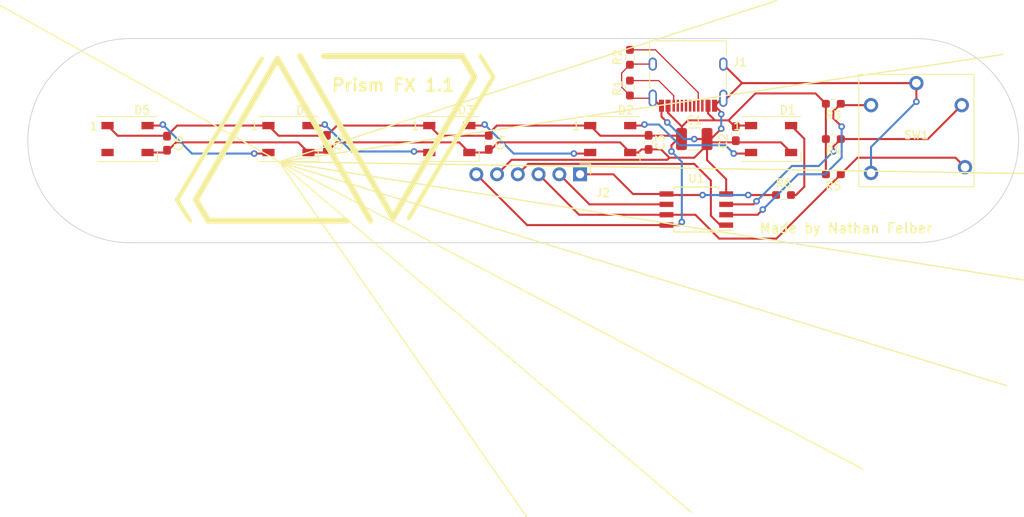
<source format=kicad_pcb>
(kicad_pcb (version 20211014) (generator pcbnew)
  (layers (0 "F.Cu" signal) (31 "B.Cu" signal) (34 "B.Paste" user) (35 "F.Paste" user) (36 "B.SilkS" user "B.Silkscreen") (37 "F.SilkS" user "F.Silkscreen") (38 "B.Mask" user) (39 "F.Mask" user) (44 "Edge.Cuts" user))
  (net 0 "")
  (net 1 "+5V")
  (net 2 "GND")
  (net 3 "Net-(D1-Pad2)")
  (net 4 "Net-(D1-Pad4)")
  (net 5 "Net-(D2-Pad2)")
  (net 6 "Net-(D3-Pad2)")
  (net 7 "Net-(D4-Pad2)")
  (net 9 "Net-(J1-PadA5)")
  (net 13 "Net-(J1-PadB5)")
  (net 17 "/PB0")
  (net 18 "/PB1")
  (net 19 "/PB2")
  (net 20 "/PB5")
  (net 21 "/PB3")
  (net 22 "/PB4")
  (footprint "Capacitor_SMD:C_1210_3225Metric_Pad1.33x2.70mm_HandSolder" (layer "F.Cu") (at 165.862 99.06)
    (fp_text reference "C1" (at 0 -2.3) (layer "F.SilkS"))
    (fp_text value "100U" hide)
    (fp_line (start -0.711252 -1.36) (end 0.711252 -1.36) (layer "F.SilkS") (width 0.12))
    (fp_line (start -0.711252 1.36) (end 0.711252 1.36) (layer "F.SilkS") (width 0.12))
    (pad "1" smd roundrect (at -1.5625 0) (size 1.325 2.7) (layers "F.Cu" "F.Paste" "F.Mask") (roundrect_rratio 0.1886792453) (net 1 "+5V"))
    (pad "2" smd roundrect (at 1.5625 0) (size 1.325 2.7) (layers "F.Cu" "F.Paste" "F.Mask") (roundrect_rratio 0.1886792453) (net 2 "GND"))
  )
  (footprint "LED_SMD:LED_WS2812B_PLCC4_5.0x5.0mm_P3.2mm" (layer "F.Cu") (at 116.205 99.06)
    (fp_text reference "D4" (at 1.905 -3.5) (layer "F.SilkS"))
    (fp_text value "WS2812B" hide)
    (fp_text user "1" (at -4.15 -1.6) (layer "F.SilkS"))
    (fp_line (start 3.65 2.75) (end 3.65 1.6) (layer "F.SilkS") (width 0.12))
    (fp_line (start -3.65 2.75) (end 3.65 2.75) (layer "F.SilkS") (width 0.12))
    (fp_line (start -3.65 -2.75) (end 3.65 -2.75) (layer "F.SilkS") (width 0.12))
    (pad "1" smd rect (at -2.45 -1.65) (size 1.5 0.9) (layers "F.Cu" "F.Paste" "F.Mask") (net 1 "+5V"))
    (pad "2" smd rect (at -2.45 1.65) (size 1.5 0.9) (layers "F.Cu" "F.Paste" "F.Mask") (net 7 "Net-(D4-Pad2)"))
    (pad "3" smd rect (at 2.45 1.65) (size 1.5 0.9) (layers "F.Cu" "F.Paste" "F.Mask") (net 2 "GND"))
    (pad "4" smd rect (at 2.45 -1.65) (size 1.5 0.9) (layers "F.Cu" "F.Paste" "F.Mask") (net 6 "Net-(D3-Pad2)"))
  )
  (footprint "Resistor_SMD:R_0603_1608Metric_Pad0.98x0.95mm_HandSolder" (layer "F.Cu") (at 182.88 103.378 180)
    (fp_text reference "R5" (at 0 -1.43) (layer "F.SilkS"))
    (fp_text value "10K" hide)
    (fp_line (start -0.254724 0.5225) (end 0.254724 0.5225) (layer "F.SilkS") (width 0.12))
    (fp_line (start -0.254724 -0.5225) (end 0.254724 -0.5225) (layer "F.SilkS") (width 0.12))
    (pad "1" smd roundrect (at -0.9125 0 180) (size 0.975 0.95) (layers "F.Cu" "F.Paste" "F.Mask") (net 19 "/PB2"))
    (pad "2" smd roundrect (at 0.9125 0 180) (size 0.975 0.95) (layers "F.Cu" "F.Paste" "F.Mask") (net 1 "+5V"))
  )
  (footprint "Package_SO:SOIC-8W_5.3x5.3mm_P1.27mm" (layer "F.Cu") (at 166.116 107.696 180)
    (fp_text reference "U1" (at 0 3.81) (layer "F.SilkS"))
    (fp_text value "ATtiny85-20S" hide)
    (fp_line (start 2.75 -2.755) (end 2.75 -2.455) (layer "F.SilkS") (width 0.15))
    (fp_line (start 2.75 2.755) (end 2.75 2.455) (layer "F.SilkS") (width 0.15))
    (fp_line (start -2.75 -2.55) (end -4.5 -2.55) (layer "F.SilkS") (width 0.15))
    (fp_line (start -2.75 2.755) (end 2.75 2.755) (layer "F.SilkS") (width 0.15))
    (fp_line (start -2.75 2.755) (end -2.75 2.455) (layer "F.SilkS") (width 0.15))
    (fp_line (start -2.75 -2.755) (end 2.75 -2.755) (layer "F.SilkS") (width 0.15))
    (fp_line (start -2.75 -2.755) (end -2.75 -2.55) (layer "F.SilkS") (width 0.15))
    (pad "1" smd rect (at -3.65 -1.905 180) (size 1.7 0.65) (layers "F.Cu" "F.Paste" "F.Mask") (net 20 "/PB5"))
    (pad "2" smd rect (at -3.65 -0.635 180) (size 1.7 0.65) (layers "F.Cu" "F.Paste" "F.Mask") (net 21 "/PB3"))
    (pad "3" smd rect (at -3.65 0.635 180) (size 1.7 0.65) (layers "F.Cu" "F.Paste" "F.Mask") (net 22 "/PB4"))
    (pad "4" smd rect (at -3.65 1.905 180) (size 1.7 0.65) (layers "F.Cu" "F.Paste" "F.Mask") (net 2 "GND"))
    (pad "5" smd rect (at 3.65 1.905 180) (size 1.7 0.65) (layers "F.Cu" "F.Paste" "F.Mask") (net 17 "/PB0"))
    (pad "6" smd rect (at 3.65 0.635 180) (size 1.7 0.65) (layers "F.Cu" "F.Paste" "F.Mask") (net 18 "/PB1"))
    (pad "7" smd rect (at 3.65 -0.635 180) (size 1.7 0.65) (layers "F.Cu" "F.Paste" "F.Mask") (net 19 "/PB2"))
    (pad "8" smd rect (at 3.65 -1.905 180) (size 1.7 0.65) (layers "F.Cu" "F.Paste" "F.Mask") (net 1 "+5V"))
  )
  (footprint "LED_SMD:LED_WS2812B_PLCC4_5.0x5.0mm_P3.2mm" (layer "F.Cu") (at 135.89 99.06)
    (fp_text reference "D3" (at 2.032 -3.556) (layer "F.SilkS"))
    (fp_text value "WS2812B" hide)
    (fp_text user "1" (at -4.15 -1.6) (layer "F.SilkS"))
    (fp_line (start 3.65 2.75) (end 3.65 1.6) (layer "F.SilkS") (width 0.12))
    (fp_line (start -3.65 2.75) (end 3.65 2.75) (layer "F.SilkS") (width 0.12))
    (fp_line (start -3.65 -2.75) (end 3.65 -2.75) (layer "F.SilkS") (width 0.12))
    (pad "1" smd rect (at -2.45 -1.65) (size 1.5 0.9) (layers "F.Cu" "F.Paste" "F.Mask") (net 1 "+5V"))
    (pad "2" smd rect (at -2.45 1.65) (size 1.5 0.9) (layers "F.Cu" "F.Paste" "F.Mask") (net 6 "Net-(D3-Pad2)"))
    (pad "3" smd rect (at 2.45 1.65) (size 1.5 0.9) (layers "F.Cu" "F.Paste" "F.Mask") (net 2 "GND"))
    (pad "4" smd rect (at 2.45 -1.65) (size 1.5 0.9) (layers "F.Cu" "F.Paste" "F.Mask") (net 5 "Net-(D2-Pad2)"))
  )
  (footprint "pcb:EC12D" (layer "F.Cu") (at 193.04 99.06)
    (fp_text reference "SW1" (at 0 -0.5 unlocked) (layer "F.SilkS"))
    (fp_text value "RotaryEncoder_Switch" hide)
    (fp_rect (start -7.05 -7.925) (end 7.05 5.85) (layer "F.SilkS") (width 0.12) (fill none))
    (pad "A" thru_hole circle (at -5.55 -4.15) (size 1.75 1.75) (drill 1.05) (layers *.Cu *.Mask) (net 21 "/PB3"))
    (pad "B" thru_hole circle (at 5.55 -4.15) (size 1.75 1.75) (drill 1.05) (layers *.Cu *.Mask) (net 22 "/PB4"))
    (pad "C" thru_hole circle (at 0 -6.85) (size 1.75 1.75) (drill 1.05) (layers *.Cu *.Mask) (net 2 "GND"))
    (pad "S1" thru_hole circle (at 5.95 3.45) (size 1.75 1.75) (drill 1.05) (layers *.Cu *.Mask) (net 19 "/PB2"))
    (pad "S2" thru_hole circle (at -5.55 4.15) (size 1.75 1.75) (drill 1.05) (layers *.Cu *.Mask) (net 2 "GND"))
  )
  (footprint "Resistor_SMD:R_0603_1608Metric_Pad0.98x0.95mm_HandSolder" (layer "F.Cu") (at 157.988 89.0505 -90)
    (fp_text reference "R2" (at 0 1.524 90) (layer "F.SilkS"))
    (fp_text value "5.1K" hide)
    (fp_line (start -0.254724 -0.5225) (end 0.254724 -0.5225) (layer "F.SilkS") (width 0.12))
    (fp_line (start -0.254724 0.5225) (end 0.254724 0.5225) (layer "F.SilkS") (width 0.12))
    (pad "1" smd roundrect (at -0.9125 0 270) (size 0.975 0.95) (layers "F.Cu" "F.Paste" "F.Mask") (net 9 "Net-(J1-PadA5)"))
    (pad "2" smd roundrect (at 0.9125 0 270) (size 0.975 0.95) (layers "F.Cu" "F.Paste" "F.Mask") (net 2 "GND"))
  )
  (footprint "LED_SMD:LED_WS2812B_PLCC4_5.0x5.0mm_P3.2mm" (layer "F.Cu") (at 155.575 99.06)
    (fp_text reference "D2" (at 1.905 -3.556) (layer "F.SilkS"))
    (fp_text value "WS2812B" hide)
    (fp_text user "1" (at -4.15 -1.6) (layer "F.SilkS"))
    (fp_line (start -3.65 -2.75) (end 3.65 -2.75) (layer "F.SilkS") (width 0.12))
    (fp_line (start 3.65 2.75) (end 3.65 1.6) (layer "F.SilkS") (width 0.12))
    (fp_line (start -3.65 2.75) (end 3.65 2.75) (layer "F.SilkS") (width 0.12))
    (pad "1" smd rect (at -2.45 -1.65) (size 1.5 0.9) (layers "F.Cu" "F.Paste" "F.Mask") (net 1 "+5V"))
    (pad "2" smd rect (at -2.45 1.65) (size 1.5 0.9) (layers "F.Cu" "F.Paste" "F.Mask") (net 5 "Net-(D2-Pad2)"))
    (pad "3" smd rect (at 2.45 1.65) (size 1.5 0.9) (layers "F.Cu" "F.Paste" "F.Mask") (net 2 "GND"))
    (pad "4" smd rect (at 2.45 -1.65) (size 1.5 0.9) (layers "F.Cu" "F.Paste" "F.Mask") (net 3 "Net-(D1-Pad2)"))
  )
  (footprint "LED_SMD:LED_WS2812B_PLCC4_5.0x5.0mm_P3.2mm" (layer "F.Cu") (at 175.26 99.06)
    (fp_text reference "D1" (at 2.032 -3.556) (layer "F.SilkS"))
    (fp_text value "WS2812B" hide)
    (fp_text user "1" (at -4.15 -1.6) (layer "F.SilkS"))
    (fp_line (start -3.65 2.75) (end 3.65 2.75) (layer "F.SilkS") (width 0.12))
    (fp_line (start 3.65 2.75) (end 3.65 1.6) (layer "F.SilkS") (width 0.12))
    (fp_line (start -3.65 -2.75) (end 3.65 -2.75) (layer "F.SilkS") (width 0.12))
    (pad "1" smd rect (at -2.45 -1.65) (size 1.5 0.9) (layers "F.Cu" "F.Paste" "F.Mask") (net 1 "+5V"))
    (pad "2" smd rect (at -2.45 1.65) (size 1.5 0.9) (layers "F.Cu" "F.Paste" "F.Mask") (net 3 "Net-(D1-Pad2)"))
    (pad "3" smd rect (at 2.45 1.65) (size 1.5 0.9) (layers "F.Cu" "F.Paste" "F.Mask") (net 2 "GND"))
    (pad "4" smd rect (at 2.45 -1.65) (size 1.5 0.9) (layers "F.Cu" "F.Paste" "F.Mask") (net 4 "Net-(D1-Pad4)"))
  )
  (footprint "Capacitor_SMD:C_0603_1608Metric_Pad1.08x0.95mm_HandSolder" (layer "F.Cu") (at 170.942 98.3985 -90)
    (fp_text reference "C2" (at 0.9155 1.524 -90) (layer "F.SilkS"))
    (fp_text value "0.1U")
    (fp_line (start -0.146267 -0.51) (end 0.146267 -0.51) (layer "F.SilkS") (width 0.12))
    (fp_line (start -0.146267 0.51) (end 0.146267 0.51) (layer "F.SilkS") (width 0.12))
    (pad "1" smd roundrect (at -0.8625 0 270) (size 1.075 0.95) (layers "F.Cu" "F.Paste" "F.Mask") (net 1 "+5V"))
    (pad "2" smd roundrect (at 0.8625 0 270) (size 1.075 0.95) (layers "F.Cu" "F.Paste" "F.Mask") (net 2 "GND"))
  )
  (footprint "Resistor_SMD:R_0603_1608Metric_Pad0.98x0.95mm_HandSolder" (layer "F.Cu") (at 182.88 99.06 180)
    (fp_text reference "R4" (at 0 -1.43) (layer "F.SilkS"))
    (fp_text value "10K" hide)
    (fp_line (start -0.254724 -0.5225) (end 0.254724 -0.5225) (layer "F.SilkS") (width 0.12))
    (fp_line (start -0.254724 0.5225) (end 0.254724 0.5225) (layer "F.SilkS") (width 0.12))
    (pad "1" smd roundrect (at -0.9125 0 180) (size 0.975 0.95) (layers "F.Cu" "F.Paste" "F.Mask") (net 22 "/PB4"))
    (pad "2" smd roundrect (at 0.9125 0 180) (size 0.975 0.95) (layers "F.Cu" "F.Paste" "F.Mask") (net 1 "+5V"))
  )
  (footprint "Capacitor_SMD:C_0603_1608Metric_Pad1.08x0.95mm_HandSolder" (layer "F.Cu") (at 140.716 99.4675 -90)
    (fp_text reference "C4" (at 0 -1.43 -90) (layer "F.SilkS"))
    (fp_text value "0.1U")
    (fp_line (start -0.146267 0.51) (end 0.146267 0.51) (layer "F.SilkS") (width 0.12))
    (fp_line (start -0.146267 -0.51) (end 0.146267 -0.51) (layer "F.SilkS") (width 0.12))
    (pad "1" smd roundrect (at -0.8625 0 270) (size 1.075 0.95) (layers "F.Cu" "F.Paste" "F.Mask") (net 1 "+5V"))
    (pad "2" smd roundrect (at 0.8625 0 270) (size 1.075 0.95) (layers "F.Cu" "F.Paste" "F.Mask") (net 2 "GND"))
  )
  (footprint "Capacitor_SMD:C_0603_1608Metric_Pad1.08x0.95mm_HandSolder" (layer "F.Cu") (at 160.274 99.4675 -90)
    (fp_text reference "C3" (at 0 -1.43 -90) (layer "F.SilkS"))
    (fp_text value "0.1U")
    (fp_line (start -0.146267 -0.51) (end 0.146267 -0.51) (layer "F.SilkS") (width 0.12))
    (fp_line (start -0.146267 0.51) (end 0.146267 0.51) (layer "F.SilkS") (width 0.12))
    (pad "1" smd roundrect (at -0.8625 0 270) (size 1.075 0.95) (layers "F.Cu" "F.Paste" "F.Mask") (net 1 "+5V"))
    (pad "2" smd roundrect (at 0.8625 0 270) (size 1.075 0.95) (layers "F.Cu" "F.Paste" "F.Mask") (net 2 "GND"))
  )
  (footprint "Resistor_SMD:R_0603_1608Metric_Pad0.98x0.95mm_HandSolder" (layer "F.Cu") (at 182.88 94.742 180)
    (fp_text reference "R3" (at 0 -1.43) (layer "F.SilkS"))
    (fp_text value "10K" hide)
    (fp_line (start -0.254724 -0.5225) (end 0.254724 -0.5225) (layer "F.SilkS") (width 0.12))
    (fp_line (start -0.254724 0.5225) (end 0.254724 0.5225) (layer "F.SilkS") (width 0.12))
    (pad "1" smd roundrect (at -0.9125 0 180) (size 0.975 0.95) (layers "F.Cu" "F.Paste" "F.Mask") (net 21 "/PB3"))
    (pad "2" smd roundrect (at 0.9125 0 180) (size 0.975 0.95) (layers "F.Cu" "F.Paste" "F.Mask") (net 1 "+5V"))
  )
  (footprint "Connector_USB:USB_C_Receptacle_HRO_TYPE-C-31-M-12" (layer "F.Cu") (at 165.1 90.932 180)
    (fp_text reference "J1" (at -6.35 1.27 180) (layer "F.SilkS"))
    (fp_text value "USB_C_Receptacle_USB2.0")
    (fp_line (start -4.7 3.9) (end 4.7 3.9) (layer "F.SilkS") (width 0.12))
    (fp_line (start 4.7 -1.9) (end 4.7 0.1) (layer "F.SilkS") (width 0.12))
    (fp_line (start 4.7 2) (end 4.7 3.9) (layer "F.SilkS") (width 0.12))
    (fp_line (start -4.7 -1.9) (end -4.7 0.1) (layer "F.SilkS") (width 0.12))
    (fp_line (start -4.7 2) (end -4.7 3.9) (layer "F.SilkS") (width 0.12))
    (pad "" np_thru_hole circle (at 2.89 -2.6 180) (size 0.65 0.65) (drill 0.65) (layers *.Cu *.Mask))
    (pad "" np_thru_hole circle (at -2.89 -2.6 180) (size 0.65 0.65) (drill 0.65) (layers *.Cu *.Mask))
    (pad "A1" smd rect (at -3.25 -4.045 180) (size 0.6 1.45) (layers "F.Cu" "F.Paste" "F.Mask") (net 2 "GND"))
    (pad "A4" smd rect (at -2.45 -4.045 180) (size 0.6 1.45) (layers "F.Cu" "F.Paste" "F.Mask") (net 1 "+5V"))
    (pad "A5" smd rect (at -1.25 -4.045 180) (size 0.3 1.45) (layers "F.Cu" "F.Paste" "F.Mask") (net 9 "Net-(J1-PadA5)"))
    (pad "A6" smd rect (at -0.25 -4.045 180) (size 0.3 1.45) (layers "F.Cu" "F.Paste" "F.Mask"))
    (pad "A7" smd rect (at 0.25 -4.045 180) (size 0.3 1.45) (layers "F.Cu" "F.Paste" "F.Mask"))
    (pad "A8" smd rect (at 1.25 -4.045 180) (size 0.3 1.45) (layers "F.Cu" "F.Paste" "F.Mask"))
    (pad "A9" smd rect (at 2.45 -4.045 180) (size 0.6 1.45) (layers "F.Cu" "F.Paste" "F.Mask") (net 1 "+5V"))
    (pad "A12" smd rect (at 3.25 -4.045 180) (size 0.6 1.45) (layers "F.Cu" "F.Paste" "F.Mask") (net 2 "GND"))
    (pad "B1" smd rect (at 3.25 -4.045 180) (size 0.6 1.45) (layers "F.Cu" "F.Paste" "F.Mask") (net 2 "GND"))
    (pad "B4" smd rect (at 2.45 -4.045 180) (size 0.6 1.45) (layers "F.Cu" "F.Paste" "F.Mask") (net 1 "+5V"))
    (pad "B5" smd rect (at 1.75 -4.045 180) (size 0.3 1.45) (layers "F.Cu" "F.Paste" "F.Mask") (net 13 "Net-(J1-PadB5)"))
    (pad "B6" smd rect (at 0.75 -4.045 180) (size 0.3 1.45) (layers "F.Cu" "F.Paste" "F.Mask"))
    (pad "B7" smd rect (at -0.75 -4.045 180) (size 0.3 1.45) (layers "F.Cu" "F.Paste" "F.Mask"))
    (pad "B8" smd rect (at -1.75 -4.045 180) (size 0.3 1.45) (layers "F.Cu" "F.Paste" "F.Mask"))
    (pad "B9" smd rect (at -2.45 -4.045 180) (size 0.6 1.45) (layers "F.Cu" "F.Paste" "F.Mask") (net 1 "+5V"))
    (pad "B12" smd rect (at -3.25 -4.045 180) (size 0.6 1.45) (layers "F.Cu" "F.Paste" "F.Mask") (net 2 "GND"))
    (pad "S1" thru_hole oval (at -4.32 1.05 180) (size 1 1.6) (drill oval 0.6 1.2) (layers *.Cu *.Mask) (net 2 "GND"))
    (pad "S1" thru_hole oval (at -4.32 -3.13 180) (size 1 2.1) (drill oval 0.6 1.7) (layers *.Cu *.Mask) (net 2 "GND"))
    (pad "S1" thru_hole oval (at 4.32 1.05 180) (size 1 1.6) (drill oval 0.6 1.2) (layers *.Cu *.Mask) (net 2 "GND"))
    (pad "S1" thru_hole oval (at 4.32 -3.13 180) (size 1 2.1) (drill oval 0.6 1.7) (layers *.Cu *.Mask) (net 2 "GND"))
  )
  (footprint "Resistor_SMD:R_0603_1608Metric_Pad0.98x0.95mm_HandSolder" (layer "F.Cu") (at 176.784 105.918)
    (fp_text reference "R6" (at 0 -1.43) (layer "F.SilkS"))
    (fp_text value "470" hide)
    (fp_line (start -0.254724 0.5225) (end 0.254724 0.5225) (layer "F.SilkS") (width 0.12))
    (fp_line (start -0.254724 -0.5225) (end 0.254724 -0.5225) (layer "F.SilkS") (width 0.12))
    (pad "1" smd roundrect (at -0.9125 0) (size 0.975 0.95) (layers "F.Cu" "F.Paste" "F.Mask") (net 17 "/PB0"))
    (pad "2" smd roundrect (at 0.9125 0) (size 0.975 0.95) (layers "F.Cu" "F.Paste" "F.Mask") (net 4 "Net-(D1-Pad4)"))
  )
  (footprint "Capacitor_SMD:C_0603_1608Metric_Pad1.08x0.95mm_HandSolder" (layer "F.Cu") (at 120.904 99.4675 -90)
    (fp_text reference "C5" (at 0 -1.43 -90) (layer "F.SilkS"))
    (fp_text value "0.1U")
    (fp_line (start -0.146267 -0.51) (end 0.146267 -0.51) (layer "F.SilkS") (width 0.12))
    (fp_line (start -0.146267 0.51) (end 0.146267 0.51) (layer "F.SilkS") (width 0.12))
    (pad "1" smd roundrect (at -0.8625 0 270) (size 1.075 0.95) (layers "F.Cu" "F.Paste" "F.Mask") (net 1 "+5V"))
    (pad "2" smd roundrect (at 0.8625 0 270) (size 1.075 0.95) (layers "F.Cu" "F.Paste" "F.Mask") (net 2 "GND"))
  )
  (footprint "Capacitor_SMD:C_0603_1608Metric_Pad1.08x0.95mm_HandSolder" (layer "F.Cu") (at 101.346 99.568 -90)
    (fp_text reference "C6" (at 0 -1.43 -90) (layer "F.SilkS"))
    (fp_text value "0.1U")
    (fp_line (start -0.146267 0.51) (end 0.146267 0.51) (layer "F.SilkS") (width 0.12))
    (fp_line (start -0.146267 -0.51) (end 0.146267 -0.51) (layer "F.SilkS") (width 0.12))
    (pad "1" smd roundrect (at -0.8625 0 270) (size 1.075 0.95) (layers "F.Cu" "F.Paste" "F.Mask") (net 1 "+5V"))
    (pad "2" smd roundrect (at 0.8625 0 270) (size 1.075 0.95) (layers "F.Cu" "F.Paste" "F.Mask") (net 2 "GND"))
  )
  (footprint "Resistor_SMD:R_0603_1608Metric_Pad0.98x0.95mm_HandSolder" (layer "F.Cu") (at 157.988 92.8135 -90)
    (fp_text reference "R1" (at 0 1.524 90) (layer "F.SilkS"))
    (fp_text value "5.1K" hide)
    (fp_line (start -0.254724 -0.5225) (end 0.254724 -0.5225) (layer "F.SilkS") (width 0.12))
    (fp_line (start -0.254724 0.5225) (end 0.254724 0.5225) (layer "F.SilkS") (width 0.12))
    (pad "1" smd roundrect (at -0.9125 0 270) (size 0.975 0.95) (layers "F.Cu" "F.Paste" "F.Mask") (net 13 "Net-(J1-PadB5)"))
    (pad "2" smd roundrect (at 0.9125 0 270) (size 0.975 0.95) (layers "F.Cu" "F.Paste" "F.Mask") (net 2 "GND"))
  )
  (footprint "LED_SMD:LED_WS2812B_PLCC4_5.0x5.0mm_P3.2mm" (layer "F.Cu") (at 96.52 99.06)
    (fp_text reference "D5" (at 1.778 -3.556) (layer "F.SilkS"))
    (fp_text value "WS2812B" hide)
    (fp_text user "1" (at -4.15 -1.6) (layer "F.SilkS"))
    (fp_line (start 3.65 2.75) (end 3.65 1.6) (layer "F.SilkS") (width 0.12))
    (fp_line (start -3.65 2.75) (end 3.65 2.75) (layer "F.SilkS") (width 0.12))
    (fp_line (start -3.65 -2.75) (end 3.65 -2.75) (layer "F.SilkS") (width 0.12))
    (pad "1" smd rect (at -2.45 -1.65) (size 1.5 0.9) (layers "F.Cu" "F.Paste" "F.Mask") (net 1 "+5V"))
    (pad "2" smd rect (at -2.45 1.65) (size 1.5 0.9) (layers "F.Cu" "F.Paste" "F.Mask"))
    (pad "3" smd rect (at 2.45 1.65) (size 1.5 0.9) (layers "F.Cu" "F.Paste" "F.Mask") (net 2 "GND"))
    (pad "4" smd rect (at 2.45 -1.65) (size 1.5 0.9) (layers "F.Cu" "F.Paste" "F.Mask") (net 7 "Net-(D4-Pad2)"))
  )
  (footprint "Connector_PinHeader_2.54mm:PinHeader_1x06_P2.54mm_Horizontal" (layer "F.Cu") (at 151.892 103.378 -90)
    (fp_text reference "J2" (at 2.286 -2.794 180) (layer "F.SilkS"))
    (fp_text value "Conn_01x06_Male" hide)
    (fp_line (start -1.27 -1.27) (end 0 -1.27) (layer "F.SilkS") (width 0.12))
    (fp_line (start -1.27 0) (end -1.27 -1.27) (layer "F.SilkS") (width 0.12))
    (pad "1" thru_hole rect (at 0 0 270) (size 1.7 1.7) (drill 1) (layers *.Cu *.Mask) (net 17 "/PB0"))
    (pad "2" thru_hole oval (at 0 2.54 270) (size 1.7 1.7) (drill 1) (layers *.Cu *.Mask) (net 18 "/PB1"))
    (pad "3" thru_hole oval (at 0 5.08 270) (size 1.7 1.7) (drill 1) (layers *.Cu *.Mask) (net 19 "/PB2"))
    (pad "4" thru_hole oval (at 0 7.62 270) (size 1.7 1.7) (drill 1) (layers *.Cu *.Mask) (net 20 "/PB5"))
    (pad "5" thru_hole oval (at 0 10.16 270) (size 1.7 1.7) (drill 1) (layers *.Cu *.Mask) (net 2 "GND"))
    (pad "6" thru_hole oval (at 0 12.7 270) (size 1.7 1.7) (drill 1) (layers *.Cu *.Mask) (net 1 "+5V"))
  )
  (gr_line (start 114.857725 89.241832) (end 104.88184 106.477286) (layer "F.SilkS") (width 0.723625))
  (gr_line (start 115.07047 101.848144) (end 115.07047 101.848144) (layer "F.SilkS") (width 0.1625))
  (gr_line (start 115.193744 101.915593) (end 115.193744 101.915593) (layer "F.SilkS") (width 0.1625))
  (gr_line (start 137.479259 88.904449) (end 120.535807 88.904449) (layer "F.SilkS") (width 0.723625))
  (gr_line (start 117.615251 88.904449) (end 129.007528 108.725076) (layer "F.SilkS") (width 0.723625))
  (gr_line (start 112.931662 89.241832) (end 102.594117 106.477286) (layer "F.SilkS") (width 0.542718))
  (gr_line (start 115.062 101.854) (end 203.681277 88.691401) (layer "F.SilkS") (width 0.1625))
  (gr_line (start 80.991402 82.725487) (end 115.00985 101.772433) (layer "F.SilkS") (width 0.1625))
  (gr_line (start 115.062 101.854) (end 115.062 101.854) (layer "F.SilkS") (width 0.1625))
  (gr_line (start 106.386004 109.062458) (end 123.329451 109.062458) (layer "F.SilkS") (width 0.723625))
  (gr_line (start 106.386004 109.062458) (end 106.386004 109.062458) (layer "F.SilkS") (width 0.723625))
  (gr_line (start 126.250007 109.062458) (end 114.857725 89.241832) (layer "F.SilkS") (width 0.723625))
  (gr_line (start 104.88184 106.477286) (end 106.386004 109.062458) (layer "F.SilkS") (width 0.723625))
  (gr_line (start 102.577293 106.545871) (end 104.176095 109.062463) (layer "F.SilkS") (width 0.512514))
  (gr_line (start 165.490613 144.768635) (end 115.07047 101.848144) (layer "F.SilkS") (width 0.1625))
  (gr_line (start 137.479259 88.904449) (end 137.479259 88.904449) (layer "F.SilkS") (width 0.723625))
  (gr_line (start 115.076907 101.831883) (end 206.096451 116.319198) (layer "F.SilkS") (width 0.1625))
  (gr_line (start 115.193744 101.915593) (end 186.475082 139.483775) (layer "F.SilkS") (width 0.1625))
  (gr_line (start 129.007528 108.725076) (end 138.98342 91.489632) (layer "F.SilkS") (width 0.723625))
  (gr_line (start 130.933596 108.725076) (end 141.271141 91.489632) (layer "F.SilkS") (width 0.542718))
  (gr_line (start 138.98342 91.489632) (end 138.98342 91.489632) (layer "F.SilkS") (width 0.723625))
  (gr_line (start 138.98342 91.489632) (end 137.479259 88.904449) (layer "F.SilkS") (width 0.723625))
  (gr_line (start 204.043669 129.251402) (end 115.193744 101.915593) (layer "F.SilkS") (width 0.1625))
  (gr_line (start 114.857725 89.241832) (end 114.857725 89.241832) (layer "F.SilkS") (width 0.723625))
  (gr_line (start 129.007528 108.725076) (end 129.007528 108.725076) (layer "F.SilkS") (width 0.723625))
  (gr_line (start 206.146677 103.282868) (end 115.076907 101.831883) (layer "F.SilkS") (width 0.1625))
  (gr_line (start 115.07047 101.848144) (end 145.315252 145.281684) (layer "F.SilkS") (width 0.1625))
  (gr_line (start 175.911888 82.111406) (end 115.062 101.854) (layer "F.SilkS") (width 0.1625))
  (gr_line (start 115.076907 101.831883) (end 115.076907 101.831883) (layer "F.SilkS") (width 0.1625))
  (gr_line (start 104.88184 106.477286) (end 104.88184 106.477286) (layer "F.SilkS") (width 0.723625))
  (gr_line (start 141.287967 91.421042) (end 139.689166 88.904449) (layer "F.SilkS") (width 0.512514))
  (gr_arc (start 96.815 111.76) (mid 84.315 99.26) (end 96.815 86.76) (layer "Edge.Cuts") (width 0.1))
  (gr_line (start 96.815 86.76) (end 193.04 86.76) (layer "Edge.Cuts") (width 0.1))
  (gr_line (start 96.815 111.76) (end 193.04 111.76) (layer "Edge.Cuts") (width 0.1))
  (gr_arc (start 193.04 86.76) (mid 205.54 99.26) (end 193.04 111.76) (layer "Edge.Cuts") (width 0.1))
  (gr_text "Made by Nathan Felber" (at 184.404 109.982) (layer "F.SilkS") (effects (font (size 1.2 1.2) (thickness 0.2))))
  (gr_text "Prism FX 1.1" (at 129.032 92.456) (layer "F.SilkS") (effects (font (size 1.5 1.5) (thickness 0.3))))
  (segment (start 102.5885 97.41) (end 113.755 97.41) (width 0.25) (layer "F.Cu") (net 1))
  (segment (start 122.1465 97.41) (end 133.44 97.41) (width 0.25) (layer "F.Cu") (net 1))
  (segment (start 163.957 109.601) (end 164.338 109.22) (width 0.25) (layer "F.Cu") (net 1))
  (segment (start 146.177 109.601) (end 145.415 109.601) (width 0.25) (layer "F.Cu") (net 1))
  (segment (start 154.3675 98.6525) (end 160.274 98.6525) (width 0.25) (layer "F.Cu") (net 1))
  (segment (start 163.072299 99.826299) (end 163.068 99.822) (width 0.25) (layer "F.Cu") (net 1))
  (segment (start 94.07 97.41) (end 95.3125 98.6525) (width 0.25) (layer "F.Cu") (net 1))
  (segment (start 153.125 97.41) (end 154.3675 98.6525) (width 0.25) (layer "F.Cu") (net 1))
  (segment (start 173.355 93.472) (end 180.6975 93.472) (width 0.25) (layer "F.Cu") (net 1))
  (segment (start 140.462 98.6525) (end 141.7045 97.41) (width 0.25) (layer "F.Cu") (net 1))
  (segment (start 170.053 96.774) (end 170.689 97.41) (width 0.25) (layer "F.Cu") (net 1))
  (segment (start 164.338 97.536) (end 164.338 99.0215) (width 0.25) (layer "F.Cu") (net 1))
  (segment (start 162.466 109.601) (end 163.957 109.601) (width 0.25) (layer "F.Cu") (net 1))
  (segment (start 164.338 97.536) (end 162.65 95.848) (width 0.25) (layer "F.Cu") (net 1))
  (segment (start 141.7045 97.41) (end 153.125 97.41) (width 0.25) (layer "F.Cu") (net 1))
  (segment (start 170.689 97.41) (end 172.81 97.41) (width 0.25) (layer "F.Cu") (net 1))
  (segment (start 163.892 98.6525) (end 164.2995 99.06) (width 0.25) (layer "F.Cu") (net 1))
  (segment (start 165.1 96.774) (end 168.402 96.774) (width 0.25) (layer "F.Cu") (net 1))
  (segment (start 163.068 99.822) (end 163.83 99.06) (width 0.25) (layer "F.Cu") (net 1))
  (segment (start 181.9675 94.742) (end 181.9675 99.06) (width 0.25) (layer "F.Cu") (net 1))
  (segment (start 181.9675 99.06) (end 181.9675 103.378) (width 0.25) (layer "F.Cu") (net 1))
  (segment (start 164.338 99.0215) (end 164.2995 99.06) (width 0.25) (layer "F.Cu") (net 1))
  (segment (start 170.053 96.774) (end 173.355 93.472) (width 0.25) (layer "F.Cu") (net 1))
  (segment (start 162.466 109.601) (end 146.177 109.601) (width 0.25) (layer "F.Cu") (net 1))
  (segment (start 101.346 98.6525) (end 102.5885 97.41) (width 0.25) (layer "F.Cu") (net 1))
  (segment (start 167.55 95.922) (end 167.55 94.977) (width 0.25) (layer "F.Cu") (net 1))
  (segment (start 168.402 96.774) (end 167.55 95.922) (width 0.25) (layer "F.Cu") (net 1))
  (segment (start 133.44 97.41) (end 134.6825 98.6525) (width 0.25) (layer "F.Cu") (net 1))
  (segment (start 164.338 97.536) (end 165.1 96.774) (width 0.25) (layer "F.Cu") (net 1))
  (segment (start 163.072299 100.579701) (end 163.072299 99.826299) (width 0.25) (layer "F.Cu") (net 1))
  (segment (start 180.6975 93.472) (end 181.9675 94.742) (width 0.25) (layer "F.Cu") (net 1))
  (segment (start 95.3125 98.6525) (end 101.346 98.6525) (width 0.25) (layer "F.Cu") (net 1))
  (segment (start 120.904 98.6525) (end 122.1465 97.41) (width 0.25) (layer "F.Cu") (net 1))
  (segment (start 134.6825 98.6525) (end 140.462 98.6525) (width 0.25) (layer "F.Cu") (net 1))
  (segment (start 113.755 97.41) (end 114.9975 98.6525) (width 0.25) (layer "F.Cu") (net 1))
  (segment (start 168.402 96.774) (end 170.053 96.774) (width 0.25) (layer "F.Cu") (net 1))
  (segment (start 160.274 98.6525) (end 163.892 98.6525) (width 0.25) (layer "F.Cu") (net 1))
  (segment (start 163.83 99.06) (end 164.2995 99.06) (width 0.25) (layer "F.Cu") (net 1))
  (segment (start 145.415 109.601) (end 139.192 103.378) (width 0.25) (layer "F.Cu") (net 1))
  (segment (start 162.65 95.848) (end 162.65 94.977) (width 0.25) (layer "F.Cu") (net 1))
  (segment (start 114.9975 98.6525) (end 120.904 98.6525) (width 0.25) (layer "F.Cu") (net 1))
  (via (at 163.072299 100.579701) (size 0.8) (drill 0.4) (layers "F.Cu" "B.Cu") (net 1))
  (via (at 164.338 109.22) (size 0.8) (drill 0.4) (layers "F.Cu" "B.Cu") (net 1))
  (segment (start 163.072299 100.588299) (end 163.072299 100.579701) (width 0.25) (layer "B.Cu") (net 1))
  (segment (start 164.338 109.22) (end 164.338 101.854) (width 0.25) (layer "B.Cu") (net 1))
  (segment (start 164.338 101.854) (end 163.072299 100.588299) (width 0.25) (layer "B.Cu") (net 1))
  (segment (start 138.34 100.71) (end 140.643 100.71) (width 0.25) (layer "F.Cu") (net 2))
  (segment (start 101.22 100.71) (end 102.4625 99.4675) (width 0.25) (layer "F.Cu") (net 2))
  (segment (start 162.814 101.346) (end 165.862 101.346) (width 0.25) (layer "F.Cu") (net 2))
  (segment (start 141.8855 99.4675) (end 156.7825 99.4675) (width 0.25) (layer "F.Cu") (net 2))
  (segment (start 158.324 94.062) (end 160.78 94.062) (width 0.15) (layer "F.Cu") (net 2))
  (segment (start 161.798 100.33) (end 162.814 101.346) (width 0.25) (layer "F.Cu") (net 2))
  (segment (start 161.85 96.318) (end 161.85 94.977) (width 0.25) (layer "F.Cu") (net 2))
  (segment (start 171.712 92.21) (end 171.696 92.21) (width 0.25) (layer "F.Cu") (net 2))
  (segment (start 167.4245 99.06) (end 167.832 99.4675) (width 0.25) (layer "F.Cu") (net 2))
  (segment (start 156.972 90.979) (end 156.972 92.71) (width 0.15) (layer "F.Cu") (net 2))
  (segment (start 157.988 89.963) (end 156.972 90.979) (width 0.15) (layer "F.Cu") (net 2))
  (segment (start 169.164 95.791) (end 168.35 94.977) (width 0.25) (layer "F.Cu") (net 2))
  (segment (start 122.09725 99.4675) (end 137.0975 99.4675) (width 0.25) (layer "F.Cu") (net 2))
  (segment (start 167.4245 99.7835) (end 167.4245 99.06) (width 0.25) (layer "F.Cu") (net 2))
  (segment (start 193.04 92.21) (end 171.712 92.21) (width 0.25) (layer "F.Cu") (net 2))
  (segment (start 167.4245 101.6385) (end 167.4245 99.06) (width 0.25) (layer "F.Cu") (net 2))
  (segment (start 143.51 101.6) (end 141.732 103.378) (width 0.25) (layer "F.Cu") (net 2))
  (segment (start 159.4115 100.33) (end 161.798 100.33) (width 0.25) (layer "F.Cu") (net 2))
  (segment (start 158.069 89.882) (end 160.78 89.882) (width 0.15) (layer "F.Cu") (net 2))
  (segment (start 165.862 101.346) (end 167.4245 99.7835) (width 0.25) (layer "F.Cu") (net 2))
  (segment (start 161.695 94.977) (end 160.78 94.062) (width 0.25) (layer "F.Cu") (net 2))
  (segment (start 169.766 103.98) (end 167.4245 101.6385) (width 0.25) (layer "F.Cu") (net 2))
  (segment (start 157.988 93.726) (end 158.324 94.062) (width 0.15) (layer "F.Cu") (net 2))
  (segment (start 169.844 94.062) (end 169.42 94.062) (width 0.25) (layer "F.Cu") (net 2))
  (segment (start 170.942 99.4675) (end 176.4675 99.4675) (width 0.25) (layer "F.Cu") (net 2))
  (segment (start 120.85475 100.71) (end 122.09725 99.4675) (width 0.25) (layer "F.Cu") (net 2))
  (segment (start 161.85 94.977) (end 161.695 94.977) (width 0.25) (layer "F.Cu") (net 2))
  (segment (start 193.04 92.21) (end 193.04 94.488) (width 0.25) (layer "F.Cu") (net 2))
  (segment (start 137.0975 99.4675) (end 138.34 100.71) (width 0.25) (layer "F.Cu") (net 2))
  (segment (start 156.7825 99.4675) (end 158.025 100.71) (width 0.25) (layer "F.Cu") (net 2))
  (segment (start 171.696 92.21) (end 169.844 94.062) (width 0.25) (layer "F.Cu") (net 2))
  (segment (start 158.025 100.71) (end 159.0315 100.71) (width 0.25) (layer "F.Cu") (net 2))
  (segment (start 118.655 100.71) (end 120.85475 100.71) (width 0.25) (layer "F.Cu") (net 2))
  (segment (start 165.862 99.06) (end 167.4245 99.06) (width 0.25) (layer "F.Cu") (net 2))
  (segment (start 162.814 101.346) (end 162.56 101.6) (width 0.25) (layer "F.Cu") (net 2))
  (segment (start 117.4125 99.4675) (end 118.655 100.71) (width 0.25) (layer "F.Cu") (net 2))
  (segment (start 162.56 97.028) (end 161.85 96.318) (width 0.25) (layer "F.Cu") (net 2))
  (segment (start 167.4245 99.06) (end 167.894 99.06) (width 0.25) (layer "F.Cu") (net 2))
  (segment (start 98.97 100.71) (end 101.22 100.71) (width 0.25) (layer "F.Cu") (net 2))
  (segment (start 169.42 94.062) (end 169.265 94.062) (width 0.25) (layer "F.Cu") (net 2))
  (segment (start 171.712 92.21) (end 169.42 89.918) (width 0.25) (layer "F.Cu") (net 2))
  (segment (start 169.766 105.791) (end 169.766 103.98) (width 0.25) (layer "F.Cu") (net 2))
  (segment (start 176.4675 99.4675) (end 177.71 100.71) (width 0.25) (layer "F.Cu") (net 2))
  (segment (start 167.894 99.06) (end 169.164 97.79) (width 0.25) (layer "F.Cu") (net 2))
  (segment (start 167.832 99.4675) (end 170.942 99.4675) (width 0.25) (layer "F.Cu") (net 2))
  (segment (start 159.0315 100.71) (end 159.4115 100.33) (width 0.25) (layer "F.Cu") (net 2))
  (segment (start 169.265 94.062) (end 168.35 94.977) (width 0.25) (layer "F.Cu") (net 2))
  (segment (start 162.56 101.6) (end 143.51 101.6) (width 0.25) (layer "F.Cu") (net 2))
  (segment (start 156.972 92.71) (end 157.988 93.726) (width 0.15) (layer "F.Cu") (net 2))
  (segment (start 169.42 89.918) (end 169.42 89.882) (width 0.25) (layer "F.Cu") (net 2))
  (segment (start 140.643 100.71) (end 141.8855 99.4675) (width 0.25) (layer "F.Cu") (net 2))
  (segment (start 169.164 96.012) (end 169.164 95.791) (width 0.25) (layer "F.Cu") (net 2))
  (segment (start 157.988 89.963) (end 158.069 89.882) (width 0.15) (layer "F.Cu") (net 2))
  (segment (start 102.4625 99.4675) (end 117.4125 99.4675) (width 0.25) (layer "F.Cu") (net 2))
  (via (at 169.164 96.012) (size 0.8) (drill 0.4) (layers "F.Cu" "B.Cu") (net 2))
  (via (at 193.04 94.488) (size 0.8) (drill 0.4) (layers "F.Cu" "B.Cu") (net 2))
  (via (at 169.164 97.79) (size 0.8) (drill 0.4) (layers "F.Cu" "B.Cu") (net 2))
  (via (at 162.56 97.028) (size 0.8) (drill 0.4) (layers "F.Cu" "B.Cu") (net 2))
  (via (at 165.862 99.06) (size 0.8) (drill 0.4) (layers "F.Cu" "B.Cu") (net 2))
  (segment (start 164.592 99.06) (end 165.862 99.06) (width 0.25) (layer "B.Cu") (net 2))
  (segment (start 193.04 94.488) (end 187.49 100.038) (width 0.25) (layer "B.Cu") (net 2))
  (segment (start 187.49 100.038) (end 187.49 103.21) (width 0.25) (layer "B.Cu") (net 2))
  (segment (start 162.56 97.028) (end 164.592 99.06) (width 0.25) (layer "B.Cu") (net 2))
  (segment (start 169.164 97.79) (end 169.164 96.012) (width 0.25) (layer "B.Cu") (net 2))
  (segment (start 170.688 100.838) (end 172.682 100.838) (width 0.25) (layer "F.Cu") (net 3))
  (segment (start 159.638 97.41) (end 159.766 97.282) (width 0.25) (layer "F.Cu") (net 3))
  (segment (start 158.025 97.41) (end 159.638 97.41) (width 0.25) (layer "F.Cu") (net 3))
  (segment (start 172.682 100.838) (end 172.81 100.71) (width 0.25) (layer "F.Cu") (net 3))
  (via (at 159.766 97.282) (size 0.8) (drill 0.4) (layers "F.Cu" "B.Cu") (net 3))
  (via (at 170.688 100.838) (size 0.8) (drill 0.4) (layers "F.Cu" "B.Cu") (net 3))
  (segment (start 161.544 97.282) (end 164.084 99.822) (width 0.25) (layer "B.Cu") (net 3))
  (segment (start 169.672 99.822) (end 170.688 100.838) (width 0.25) (layer "B.Cu") (net 3))
  (segment (start 164.084 99.822) (end 169.672 99.822) (width 0.25) (layer "B.Cu") (net 3))
  (segment (start 159.766 97.282) (end 161.544 97.282) (width 0.25) (layer "B.Cu") (net 3))
  (segment (start 178.308 105.918) (end 177.6965 105.918) (width 0.25) (layer "F.Cu") (net 4))
  (segment (start 177.71 97.41) (end 179.324 99.024) (width 0.25) (layer "F.Cu") (net 4))
  (segment (start 179.324 104.902) (end 178.308 105.918) (width 0.25) (layer "F.Cu") (net 4))
  (segment (start 179.324 99.024) (end 179.324 104.902) (width 0.25) (layer "F.Cu") (net 4))
  (segment (start 151.13 100.838) (end 152.997 100.838) (width 0.25) (layer "F.Cu") (net 5))
  (segment (start 152.997 100.838) (end 153.125 100.71) (width 0.25) (layer "F.Cu") (net 5))
  (segment (start 140.08 97.41) (end 140.208 97.282) (width 0.25) (layer "F.Cu") (net 5))
  (segment (start 138.34 97.41) (end 140.08 97.41) (width 0.25) (layer "F.Cu") (net 5))
  (via (at 140.208 97.282) (size 0.8) (drill 0.4) (layers "F.Cu" "B.Cu") (net 5))
  (via (at 151.13 100.838) (size 0.8) (drill 0.4) (layers "F.Cu" "B.Cu") (net 5))
  (segment (start 140.208 97.282) (end 143.764 100.838) (width 0.25) (layer "B.Cu") (net 5))
  (segment (start 143.764 100.838) (end 151.13 100.838) (width 0.25) (layer "B.Cu") (net 5))
  (segment (start 118.655 97.41) (end 120.522 97.41) (width 0.25) (layer "F.Cu") (net 6))
  (segment (start 131.572 100.584) (end 133.314 100.584) (width 0.25) (layer "F.Cu") (net 6))
  (segment (start 133.314 100.584) (end 133.44 100.71) (width 0.25) (layer "F.Cu") (net 6))
  (segment (start 120.522 97.41) (end 120.65 97.282) (width 0.25) (layer "F.Cu") (net 6))
  (via (at 131.572 100.584) (size 0.8) (drill 0.4) (layers "F.Cu" "B.Cu") (net 6))
  (via (at 120.65 97.282) (size 0.8) (drill 0.4) (layers "F.Cu" "B.Cu") (net 6))
  (segment (start 120.65 97.282) (end 123.952 100.584) (width 0.25) (layer "B.Cu") (net 6))
  (segment (start 123.952 100.584) (end 131.572 100.584) (width 0.25) (layer "B.Cu") (net 6))
  (segment (start 100.71 97.41) (end 100.838 97.282) (width 0.25) (layer "F.Cu") (net 7))
  (segment (start 113.627 100.838) (end 113.755 100.71) (width 0.25) (layer "F.Cu") (net 7))
  (segment (start 98.97 97.41) (end 100.71 97.41) (width 0.25) (layer "F.Cu") (net 7))
  (segment (start 112.014 100.838) (end 113.627 100.838) (width 0.25) (layer "F.Cu") (net 7))
  (via (at 112.014 100.838) (size 0.8) (drill 0.4) (layers "F.Cu" "B.Cu") (net 7))
  (via (at 100.838 97.282) (size 0.8) (drill 0.4) (layers "F.Cu" "B.Cu") (net 7))
  (segment (start 100.838 97.282) (end 104.394 100.838) (width 0.25) (layer "B.Cu") (net 7))
  (segment (start 104.394 100.838) (end 112.014 100.838) (width 0.25) (layer "B.Cu") (net 7))
  (segment (start 157.988 88.138) (end 161.117 88.138) (width 0.15) (layer "F.Cu") (net 9))
  (segment (start 161.117 88.138) (end 166.35 93.371) (width 0.15) (layer "F.Cu") (net 9))
  (segment (start 166.35 93.371) (end 166.35 94.977) (width 0.15) (layer "F.Cu") (net 9))
  (segment (start 157.988 91.901) (end 161.498241 91.901) (width 0.15) (layer "F.Cu") (net 13))
  (segment (start 161.498241 91.901) (end 163.35 93.752759) (width 0.15) (layer "F.Cu") (net 13))
  (segment (start 163.35 93.752759) (end 163.35 94.977) (width 0.15) (layer "F.Cu") (net 13))
  (segment (start 155.956 103.378) (end 151.892 103.378) (width 0.25) (layer "F.Cu") (net 17))
  (segment (start 164.084 105.918) (end 166.878 105.918) (width 0.25) (layer "F.Cu") (net 17))
  (segment (start 162.466 105.791) (end 158.369 105.791) (width 0.25) (layer "F.Cu") (net 17))
  (segment (start 158.369 105.791) (end 155.956 103.378) (width 0.25) (layer "F.Cu") (net 17))
  (segment (start 164.084 105.918) (end 162.593 105.918) (width 0.25) (layer "F.Cu") (net 17))
  (segment (start 175.8715 105.918) (end 174.498 105.918) (width 0.25) (layer "F.Cu") (net 17))
  (segment (start 174.498 105.918) (end 172.466 105.918) (width 0.25) (layer "F.Cu") (net 17))
  (segment (start 162.593 105.918) (end 162.466 105.791) (width 0.25) (layer "F.Cu") (net 17))
  (via (at 166.878 105.918) (size 0.8) (drill 0.4) (layers "F.Cu" "B.Cu") (net 17))
  (via (at 172.466 105.918) (size 0.8) (drill 0.4) (layers "F.Cu" "B.Cu") (net 17))
  (segment (start 166.878 105.918) (end 172.466 105.918) (width 0.25) (layer "B.Cu") (net 17))
  (segment (start 153.289 107.061) (end 153.035 107.061) (width 0.25) (layer "F.Cu") (net 18))
  (segment (start 153.035 107.061) (end 149.352 103.378) (width 0.25) (layer "F.Cu") (net 18))
  (segment (start 162.466 107.061) (end 153.289 107.061) (width 0.25) (layer "F.Cu") (net 18))
  (segment (start 183.7925 103.378) (end 185.8245 101.346) (width 0.25) (layer "F.Cu") (net 19))
  (segment (start 165.989 108.331) (end 162.466 108.331) (width 0.25) (layer "F.Cu") (net 19))
  (segment (start 197.826 101.346) (end 198.99 102.51) (width 0.25) (layer "F.Cu") (net 19))
  (segment (start 162.466 108.331) (end 152.273 108.331) (width 0.25) (layer "F.Cu") (net 19))
  (segment (start 175.9185 111.252) (end 168.91 111.252) (width 0.25) (layer "F.Cu") (net 19))
  (segment (start 168.91 111.252) (end 165.989 108.331) (width 0.25) (layer "F.Cu") (net 19))
  (segment (start 151.765 108.331) (end 146.812 103.378) (width 0.25) (layer "F.Cu") (net 19))
  (segment (start 185.8245 101.346) (end 197.826 101.346) (width 0.25) (layer "F.Cu") (net 19))
  (segment (start 152.273 108.331) (end 151.765 108.331) (width 0.25) (layer "F.Cu") (net 19))
  (segment (start 183.7925 103.378) (end 175.9185 111.252) (width 0.25) (layer "F.Cu") (net 19))
  (segment (start 165.862 102.108) (end 145.542 102.108) (width 0.25) (layer "F.Cu") (net 20))
  (segment (start 167.894 104.14) (end 165.862 102.108) (width 0.25) (layer "F.Cu") (net 20))
  (segment (start 169.766 109.601) (end 169.037 109.601) (width 0.25) (layer "F.Cu") (net 20))
  (segment (start 169.037 109.601) (end 167.894 108.458) (width 0.25) (layer "F.Cu") (net 20))
  (segment (start 145.542 102.108) (end 144.272 103.378) (width 0.25) (layer "F.Cu") (net 20))
  (segment (start 167.894 108.458) (end 167.894 104.14) (width 0.25) (layer "F.Cu") (net 20))
  (segment (start 182.88 96.52) (end 182.88 95.6545) (width 0.25) (layer "F.Cu") (net 21))
  (segment (start 183.9605 94.91) (end 187.49 94.91) (width 0.25) (layer "F.Cu") (net 21))
  (segment (start 183.7925 94.742) (end 183.9605 94.91) (width 0.25) (layer "F.Cu") (net 21))
  (segment (start 183.896 97.536) (end 182.88 96.52) (width 0.25) (layer "F.Cu") (net 21))
  (segment (start 173.609 108.331) (end 174.244 107.696) (width 0.25) (layer "F.Cu") (net 21))
  (segment (start 182.88 95.6545) (end 183.7925 94.742) (width 0.25) (layer "F.Cu") (net 21))
  (segment (start 169.766 108.331) (end 173.609 108.331) (width 0.25) (layer "F.Cu") (net 21))
  (via (at 183.896 97.536) (size 0.8) (drill 0.4) (layers "F.Cu" "B.Cu") (net 21))
  (via (at 174.244 107.696) (size 0.8) (drill 0.4) (layers "F.Cu" "B.Cu") (net 21))
  (segment (start 178.562 103.378) (end 181.864 103.378) (width 0.25) (layer "B.Cu") (net 21))
  (segment (start 181.864 103.378) (end 183.896 101.346) (width 0.25) (layer "B.Cu") (net 21))
  (segment (start 174.244 107.696) (end 178.562 103.378) (width 0.25) (layer "B.Cu") (net 21))
  (segment (start 183.896 101.346) (end 183.896 97.536) (width 0.25) (layer "B.Cu") (net 21))
  (segment (start 173.101 107.061) (end 173.482 106.68) (width 0.25) (layer "F.Cu") (net 22))
  (segment (start 183.7925 99.06) (end 194.44 99.06) (width 0.25) (layer "F.Cu") (net 22))
  (segment (start 182.88 99.9725) (end 183.7925 99.06) (width 0.25) (layer "F.Cu") (net 22))
  (segment (start 169.766 107.061) (end 173.101 107.061) (width 0.25) (layer "F.Cu") (net 22))
  (segment (start 182.88 100.584) (end 182.88 99.9725) (width 0.25) (layer "F.Cu") (net 22))
  (segment (start 194.44 99.06) (end 198.59 94.91) (width 0.25) (layer "F.Cu") (net 22))
  (via (at 182.88 100.584) (size 0.8) (drill 0.4) (layers "F.Cu" "B.Cu") (net 22))
  (via (at 173.482 106.68) (size 0.8) (drill 0.4) (layers "F.Cu" "B.Cu") (net 22))
  (segment (start 177.8 102.362) (end 180.34 102.362) (width 0.25) (layer "B.Cu") (net 22))
  (segment (start 181.102 102.362) (end 182.88 100.584) (width 0.25) (layer "B.Cu") (net 22))
  (segment (start 173.482 106.68) (end 177.8 102.362) (width 0.25) (layer "B.Cu") (net 22))
  (segment (start 180.34 102.362) (end 180.594 102.362) (width 0.25) (layer "B.Cu") (net 22))
  (segment (start 180.594 102.362) (end 181.102 102.362) (width 0.25) (layer "B.Cu") (net 22))
)
</source>
